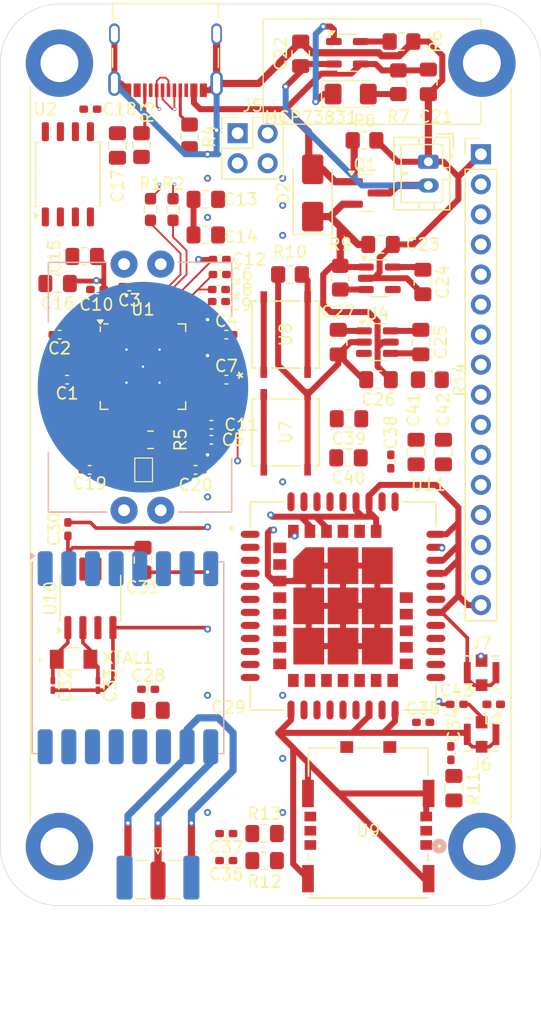
<source format=kicad_pcb>
(kicad_pcb (version 20240108) (generator "pcbnew") (generator_version "8.0")
  (layers (0 "F.Cu" signal) (1 "In1.Cu" signal) (2 "In2.Cu" signal) (31 "B.Cu" signal) (34 "B.Paste" user) (35 "F.Paste" user) (36 "B.SilkS" user "B.Silkscreen") (37 "F.SilkS" user "F.Silkscreen") (38 "B.Mask" user) (39 "F.Mask" user) (44 "Edge.Cuts" user))
  (net 0 "")
  (net 1 "GND")
  (net 2 "+3.3V")
  (net 3 "+1V1")
  (net 4 "Net-(U1-USB_DP)")
  (net 5 "USB+")
  (net 6 "USB-")
  (net 7 "Net-(U1-USB_DM)")
  (net 9 "SDA")
  (net 10 "/MCU/D1")
  (net 13 "/MCU/XTAL+")
  (net 16 "/MCU/D2")
  (net 17 "/MCU/D3")
  (net 22 "/MCU/D0")
  (net 25 "/MCU/CLK")
  (net 26 "RTC_MFP")
  (net 27 "/MCU/CS")
  (net 28 "SCL")
  (net 32 "/MCU/XTAL-")
  (net 33 "Net-(C20-Pad1)")
  (net 35 "Net-(U4-CNEG)")
  (net 36 "Net-(U4-CPOS)")
  (net 37 "+5V")
  (net 38 "VBUS")
  (net 39 "+VSW")
  (net 40 "+BATT")
  (net 41 "Net-(U3-EN)")
  (net 42 "5V_CTRL")
  (net 43 "Net-(U5-PROG)")
  (net 44 "Net-(D1-K)")
  (net 45 "Net-(D1-A)")
  (net 47 "Net-(J2-CC1_A)")
  (net 48 "Net-(J2-CC1_B)")
  (net 50 "RFM_CS")
  (net 51 "SPI_CK")
  (net 52 "RFM_RST")
  (net 53 "Net-(R10-Pad1)")
  (net 54 "/MCU/RESET")
  (net 55 "MOSI")
  (net 60 "MISO")
  (net 63 "/PERIPHERALS/ANT")
  (net 64 "Net-(U10-X1)")
  (net 65 "Net-(U10-X2)")
  (net 66 "TX1")
  (net 67 "SIM_DTR")
  (net 68 "RX1")
  (net 69 "Net-(BT1-+)")
  (net 70 "GP7")
  (net 71 "GP8")
  (net 72 "GP6")
  (net 73 "SPI_CS")
  (net 74 "SWCLK")
  (net 75 "SWD")
  (net 76 "/PERIPHERALS/SIM_RST")
  (net 77 "/PERIPHERALS/SIM_VCC")
  (net 78 "/PERIPHERALS/SIM_CLK")
  (net 79 "/PERIPHERALS/SIM_IO")
  (net 80 "Net-(U9-RST)")
  (net 81 "Net-(U9-CLK)")
  (net 82 "Net-(U9-I{slash}O)")
  (net 117 "Net-(J6-In)")
  (net 118 "GNSS_ANT")
  (net 119 "RF_ANT")
  (net 120 "Net-(L1-Pad1)")
  (net 121 "PWRKEY")
  (footprint "Capacitor_SMD:C_0402_1005Metric_Pad0.74x0.62mm_HandSolder" (layer "F.Cu") (at 134.62 59.69)
    (property "Reference" "C18")
    (property "Value" "0.1u" (hide yes))
  )
  (footprint "Capacitor_SMD:C_0402_1005Metric_Pad0.74x0.62mm_HandSolder" (layer "F.Cu") (at 160.02 89.4675 90)
    (property "Reference" "C38")
    (property "Value" "0.1u" (hide yes))
  )
  (footprint "Capacitor_SMD:C_0402_1005Metric_Pad0.74x0.62mm_HandSolder" (layer "F.Cu") (at 145.4825 74.93)
    (property "Reference" "C8")
    (property "Value" "0.1u" (hide yes))
  )
  (footprint "Capacitor_SMD:C_0805_2012Metric_Pad1.18x1.45mm_HandSolder" (layer "F.Cu") (at 136.906 62.7595 -90)
    (property "Reference" "C17")
    (property "Value" "10u" (hide yes))
  )
  (footprint "Capacitor_SMD:C_0402_1005Metric_Pad0.74x0.62mm_HandSolder" (layer "F.Cu") (at 144.8475 87.63)
    (property "Reference" "C5")
    (property "Value" "0.1u" (hide yes))
  )
  (footprint "WiSDOM:PTS526" (layer "F.Cu") (at 151.13 86.995 90)
    (property "Reference" "U7")
    (property "Value" "PTS526 SK15 SMTR2 LFS" (hide yes))
  )
  (footprint "Capacitor_SMD:C_0402_1005Metric_Pad0.74x0.62mm_HandSolder" (layer "F.Cu") (at 162.7545 111.506)
    (property "Reference" "C35")
    (property "Value" "0.1u" (hide yes))
  )
  (footprint "Capacitor_SMD:C_0805_2012Metric_Pad1.18x1.45mm_HandSolder" (layer "F.Cu") (at 164.465 88.6675 90)
    (property "Reference" "C42")
    (property "Value" "100u" (hide yes))
  )
  (footprint "Package_TO_SOT_SMD:SOT-23" (layer "F.Cu") (at 157.86 66.77)
    (property "Reference" "Q1")
    (property "Value" "DMG2301L" (hide yes))
  )
  (footprint "LED_SMD:LED_1206_3216Metric_Pad1.42x1.75mm_HandSolder" (layer "F.Cu") (at 156.6275 58.415)
    (property "Reference" "D1" (hide yes))
    (property "Value" "LED" (hide yes))
  )
  (footprint "Inductor_SMD:L_0402_1005Metric_Pad0.77x0.64mm_HandSolder" (layer "F.Cu") (at 168.7205 109.982 180)
    (property "Reference" "L1")
    (property "Value" "L")
  )
  (footprint "Connector_JST:JST_PH_B2B-PH-K_1x02_P2.00mm_Vertical" (layer "F.Cu") (at 163.195 64.135 -90)
    (property "Reference" "J1" (hide yes))
    (property "Value" "Conn_01x02_Pin" (hide yes))
  )
  (footprint "Resistor_SMD:R_0805_2012Metric_Pad1.20x1.40mm_HandSolder" (layer "F.Cu") (at 157.7975 62.325)
    (property "Reference" "R8")
    (property "Value" "10k" (hide yes))
  )
  (footprint "Diode_SMD:D_SMA" (layer "F.Cu") (at 153.416 66.77 90)
    (property "Reference" "D2")
    (property "Value" "SS14" (hide yes))
  )
  (footprint "Capacitor_SMD:C_0805_2012Metric_Pad1.18x1.45mm_HandSolder" (layer "F.Cu") (at 165.354 117.0725 -90)
    (property "Reference" "R11")
    (property "Value" "22" (hide yes))
  )
  (footprint "Capacitor_SMD:C_0805_2012Metric_Pad1.18x1.45mm_HandSolder" (layer "F.Cu") (at 149.352 120.904)
    (property "Reference" "R13")
    (property "Value" "22" (hide yes))
  )
  (footprint "Capacitor_SMD:C_0805_2012Metric_Pad1.18x1.45mm_HandSolder" (layer "F.Cu") (at 139.7 110.49)
    (property "Reference" "C29")
    (property "Value" "10u")
  )
  (footprint "Capacitor_SMD:C_0805_2012Metric_Pad1.18x1.45mm_HandSolder" (layer "F.Cu") (at 134.1335 72.136 180)
    (property "Reference" "C15")
    (property "Value" "10u" (hide yes))
  )
  (footprint "Resistor_SMD:R_0805_2012Metric_Pad1.20x1.40mm_HandSolder" (layer "F.Cu") (at 160.655 57.415 90)
    (property "Reference" "R7")
    (property "Value" "R" (hide yes))
  )
  (footprint "Capacitor_SMD:C_0805_2012Metric_Pad1.18x1.45mm_HandSolder" (layer "F.Cu") (at 156.4855 85.852 180)
    (property "Reference" "C39")
    (property "Value" "100u" (hide yes))
  )
  (footprint "Capacitor_SMD:C_0402_1005Metric_Pad0.74x0.62mm_HandSolder" (layer "F.Cu") (at 165.1 114.1055 90)
    (property "Reference" "C34")
    (property "Value" "33p" (hide yes))
  )
  (footprint "Capacitor_SMD:C_0402_1005Metric_Pad0.74x0.62mm_HandSolder" (layer "F.Cu") (at 143.51 90.17)
    (property "Reference" "C20")
    (property "Value" "15pF" (hide yes))
  )
  (footprint "Capacitor_SMD:C_0402_1005Metric_Pad0.74x0.62mm_HandSolder" (layer "F.Cu") (at 132.6475 82.55 180)
    (property "Reference" "C1")
    (property "Value" "0.1u" (hide yes))
  )
  (footprint "WiSDOM:XTAL_SC32S-7PF20PPM_EPS" (layer "F.Cu") (at 133.1976 106.175)
    (property "Reference" "XTAL1")
    (property "Value" "SC32S-7PF20PPM" (hide yes))
  )
  (footprint "Connector_PinHeader_2.54mm:PinHeader_1x16_P2.54mm_Vertical" (layer "F.Cu") (at 167.64 63.5)
    (property "Reference" "J4" (hide yes))
    (property "Value" "Conn_01x16_Pin" (hide yes))
  )
  (footprint "Package_TO_SOT_SMD:SOT-23-6" (layer "F.Cu") (at 158.8825 79.375)
    (property "Reference" "U4")
    (property "Value" "CAT3200-5" (hide yes))
  )
  (footprint "WiSDOM:AMPHENOL_12402012E212A" (layer "F.Cu") (at 140.97 53.34 180)
    (property "Reference" "J2" (hide yes))
    (property "Value" "12402012E212A" (hide yes))
  )
  (footprint "Capacitor_SMD:C_0402_1005Metric_Pad0.74x0.62mm_HandSolder" (layer "F.Cu") (at 132.715 95.1825 90)
    (property "Reference" "C30")
    (property "Value" "0.1u" (hide yes))
  )
  (footprint "Capacitor_SMD:C_0402_1005Metric_Pad0.74x0.62mm_HandSolder" (layer "F.Cu") (at 139.5055 108.712)
    (property "Reference" "C28")
    (property "Value" "0.1u")
  )
  (footprint "Resistor_SMD:R_0805_2012Metric_Pad1.20x1.40mm_HandSolder" (layer "F.Cu") (at 139.7 87.63)
    (property "Reference" "R5")
    (property "Value" "1k" (hide yes))
  )
  (footprint "MountingHole:MountingHole_3.2mm_M3_ISO7380_Pad_TopBottom" (layer "F.Cu") (at 167.72 122)
    (property "Reference" "H3" (hide yes))
    (property "Value" "MountingHole" (hide yes))
  )
  (footprint "Capacitor_SMD:C_0805_2012Metric_Pad1.18x1.45mm_HandSolder" (layer "F.Cu") (at 162.73 74.295 -90)
    (property "Reference" "C24")
    (property "Value" "10u" (hide yes))
  )
  (footprint "Capacitor_SMD:C_0402_1005Metric_Pad0.74x0.62mm_HandSolder" (layer "F.Cu") (at 145.4825 75.946)
    (property "Reference" "C9")
    (property "Value" "0.1u" (hide yes))
  )
  (footprint "Capacitor_SMD:C_0805_2012Metric_Pad1.18x1.45mm_HandSolder" (layer "F.Cu") (at 144.3775 67.31)
    (property "Reference" "C13")
    (property "Value" "10u" (hide yes))
  )
  (footprint "Capacitor_SMD:C_0201_0603Metric_Pad0.64x0.40mm_HandSolder" (layer "F.Cu") (at 135.255 108.3825 -90)
    (property "Reference" "C33")
    (property "Value" "6p")
  )
  (footprint "Capacitor_SMD:C_0402_1005Metric_Pad0.74x0.62mm_HandSolder" (layer "F.Cu") (at 132.0125 78.74 180)
    (property "Reference" "C2")
    (property "Value" "0.1u" (hide yes))
  )
  (footprint "Resistor_SMD:R_0805_2012Metric_Pad1.20x1.40mm_HandSolder" (layer "F.Cu") (at 160.925 53.975)
    (property "Reference" "R6")
    (property "Value" "2k" (hide yes))
  )
  (footprint "sim:1042240820_MOL" (layer "F.Cu") (at 158.115 120.015)
    (property "Reference" "U9")
    (property "Value" "1042240820")
  )
  (footprint "Package_TO_SOT_SMD:SOT-23-5" (layer "F.Cu") (at 159.0525 73.98)
    (property "Reference" "U3" (hide yes))
    (property "Value" "AP2112K-3.3" (hide yes))
  )
  (footprint "Capacitor_SMD:C_0805_2012Metric_Pad1.18x1.45mm_HandSolder" (layer "F.Cu") (at 162.56 79.375 -90)
    (property "Reference" "C25")
    (property "Value" "1u" (hide yes))
  )
  (footprint "Capacitor_SMD:C_0402_1005Metric_Pad0.74x0.62mm_HandSolder" (layer "F.Cu") (at 144.8475 86.36)
    (property "Reference" "C11")
    (property "Value" "0.1u" (hide yes))
  )
  (footprint "Package_SO:SOIC-8_3.9x4.9mm_P1.27mm" (layer "F.Cu") (at 134.62 101.03 90)
    (property "Reference" "U10")
    (property "Value" "MCP7940N-xP" (hide yes))
  )
  (footprint "Resistor_SMD:R_0805_2012Metric_Pad1.20x1.40mm_HandSolder" (layer "F.Cu") (at 143.002 61.992 -90)
    (property "Reference" "R4")
    (property "Value" "5.1k" (hide yes))
  )
  (footprint "Resistor_SMD:R_0805_2012Metric_Pad1.20x1.40mm_HandSolder" (layer "F.Cu") (at 151.495 73.66 180)
    (property "Reference" "R10")
    (property "Value" "R" (hide yes))
  )
  (footprint "Capacitor_SMD:C_0402_1005Metric_Pad0.74x0.62mm_HandSolder" (layer "F.Cu") (at 135.1875 74.93 180)
    (property "Reference" "C10")
    (property "Value" "0.1u" (hide yes))
  )
  (footprint "Capacitor_SMD:C_0805_2012Metric_Pad1.18x1.45mm_HandSolder" (layer "F.Cu") (at 155.575 79.375 -90)
    (property "Reference" "C27")
    (property "Value" "1u" (hide yes))
  )
  (footprint "WiSDOM:CONN_CONMHF1-SMD_LNX" (layer "F.Cu") (at 167.697501 107.315)
    (property "Reference" "J7")
    (property "Value" "RF_ANT" (hide yes))
  )
  (footprint "Capacitor_SMD:C_0805_2012Metric_Pad1.18x1.45mm_HandSolder" (layer "F.Cu") (at 152.4 55.0125 90)
    (property "Reference" "C22")
    (property "Value" "4.7u" (hide yes))
  )
  (footprint "Capacitor_SMD:C_0805_2012Metric_Pad1.18x1.45mm_HandSolder" (layer "F.Cu") (at 139.065 97.79 -90)
    (property "Reference" "C31")
    (property "Value" "10u" (hide yes))
  )
  (footprint "Capacitor_SMD:C_0402_1005Metric_Pad0.74x0.62mm_HandSolder" (layer "F.Cu") (at 137.922 74.676 180)
    (property "Reference" "C3")
    (property "Value" "0.1u" (hide yes))
  )
  (footprint "Capacitor_SMD:C_0805_2012Metric_Pad1.18x1.45mm_HandSolder" (layer "F.Cu") (at 162.1575 88.6675 90)
    (property "Reference" "C41")
    (property "Value" "1u" (hide yes))
  )
  (footprint "Capacitor_SMD:C_0402_1005Metric_Pad0.74x0.62mm_HandSolder" (layer "F.Cu") (at 134.5525 90.17 180)
    (property "Reference" "C19")
    (property "Value" "15pF" (hide yes))
  )
  (footprint "Resistor_SMD:R_0603_1608Metric_Pad0.98x0.95mm_HandSolder" (layer "F.Cu") (at 141.605 68.1675 90)
    (property "Reference" "R2")
    (property "Value" "27.4" (hide yes))
  )
  (footprint "WiSDOM:XTAL-445" (layer "F.Cu") (at 139.12 91.17)
    (property "Reference" "X1" (hide yes))
    (property "Value" "~" (hide yes))
  )
  (footprint "Resistor_SMD:R_0805_2012Metric_Pad1.20x1.40mm_HandSolder" (layer "F.Cu") (at 163.322 82.55)
    (property "Reference" "R14")
    (property "Value" "22" (hide yes))
  )
  (footprint "MountingHole:MountingHole_3.2mm_M3_ISO7380_Pad_TopBottom" (layer "F.Cu") (at 167.72 55.8)
    (property "Reference" "H2" (hide yes))
    (property "Value" "MountingHole" (hide yes))
  )
  (footprint "Package_SO:SOIC-8_5.23x5.23mm_P1.27mm" (layer "F.Cu") (at 132.715 65.195 90)
    (property "Reference" "U2")
    (property "Value" "W25Q128JVS" (hide yes))
  )
  (footprint "Capacitor_SMD:C_0805_2012Metric_Pad1.18x1.45mm_HandSolder" (layer "F.Cu") (at 131.8475 74.422 180)
    (property "Reference" "C16")
    (property "Value" "1u" (hide yes))
  )
  (footprint "Resistor_SMD:R_0805_2012Metric_Pad1.20x1.40mm_HandSolder" (layer "F.Cu") (at 138.938 62.722 -90)
    (property "Reference" "R3")
    (property "Value" "5.1k" (hide yes))
  )
  (footprint "Capacitor_SMD:C_0402_1005Metric_Pad0.74x0.62mm_HandSolder" (layer "F.Cu") (at 146.1175 82.55)
    (property "Reference" "C7")
    (property "Value" "0.1u" (hide yes))
  )
  (footprint "Resistor_SMD:R_0603_1608Metric_Pad0.98x0.95mm_HandSolder" (layer "F.Cu") (at 139.7 68.1675 90)
    (property "Reference" "R1")
    (property "Value" "27.4" (hide yes))
  )
  (footprint "Capacitor_SMD:C_0402_1005Metric_Pad0.74x0.62mm_HandSolder" (layer "F.Cu") (at 146.1175 78.74)
    (property "Reference" "C4")
    (property "Value" "0.1u" (hide yes))
  )
  (footprint "Capacitor_SMD:C_0805_2012Metric_Pad1.18x1.45mm_HandSolder" (layer "F.Cu") (at 144.3775 70.32)
    (property "Reference" "C14")
    (property "Value" "1u" (hide yes))
  )
  (footprint "Package_DFN_QFN:QFN-56-1EP_7x7mm_P0.4mm_EP3.2x3.2mm" (layer "F.Cu") (at 139.065 81.445)
    (property "Reference" "U1")
    (property "Value" "RP2040" (hide yes))
  )
  (footprint "Capacitor_SMD:C_0402_1005Metric_Pad0.74x0.62mm_HandSolder" (layer "F.Cu") (at 165.608 109.982)
    (property "Reference" "C43")
    (property "Value" "33p" (hide yes))
  )
  (footprint "Connector_Coaxial:SMA_Samtec_SMA-J-P-H-ST-EM1_EdgeMount" (layer "F.Cu") (at 140.335 124.8775 -90)
    (property "Reference" "J3" (hide yes))
    (property "Value" "Conn_Coaxial" (hide yes))
  )
  (footprint "WiSDOM:XCVR_SIM7080G" (layer "F.Cu") (at 155.98 101.665)
    (property "Reference" "U11")
    (property "Value" "SIM7080G" (hide yes))
  )
  (footprint "WiSDOM:PTS526" (layer "F.Cu") (at 151.13 78.74 90)
    (property "Reference" "U8")
    (property "Value" "PTS526 SK15 SMTR2 LFS" (hide yes))
  )
  (footprint "Capacitor_SMD:C_0805_2012Metric_Pad1.18x1.45mm_HandSolder" (layer "F.Cu") (at 156.4425 89.154 180)
    (property "Reference" "C40")
    (property "Value" "100u" (hide yes))
  )
  (footprint "MountingHole:MountingHole_3.2mm_M3_ISO7380_Pad_TopBottom" (layer "F.Cu") (at 132 55.8)
    (property "Reference" "H1" (hide yes))
    (property "Value" "MountingHole" (hide yes))
  )
  (footprint "Package_TO_SOT_SMD:SOT-23-5" (layer "F.Cu") (at 156.3425 54.925)
    (property "Reference" "U5" (hide yes))
    (property "Value" "MCP73831-2-OT" (hide yes))
  )
  (footprint "Capacitor_SMD:C_0402_1005Metric_Pad0.74x0.62mm_HandSolder" (layer "F.Cu") (at 146.1095 120.904 180)
    (property "Reference" "C37")
    (property "Value" "33p" (hide yes))
  )
  (footprint "Capacitor_SMD:C_0201_0603Metric_Pad0.64x0.40mm_HandSolder" (layer "F.Cu") (at 131.445 108.3825 -90)
    (property "Reference" "C32")
    (property "Value" "6p")
  )
  (footprint "Connector_PinHeader_2.54mm:PinHeader_2x02_P2.54mm_Vertical" (layer "F.Cu") (at 147.066 61.722)
    (property "Reference" "J5")
    (property "Value" "Conn_02x02_Odd_Even")
  )
  (footprint "Capacitor_SMD:C_0805_2012Metric_Pad1.18x1.45mm_HandSolder" (layer "F.Cu") (at 158.9825 82.55 180)
    (property "Reference" "C26")
    (property "Value" "1u" (hide yes))
  )
  (footprint "Capacitor_SMD:C_0805_2012Metric_Pad1.18x1.45mm_HandSolder" (layer "F.Cu") (at 163.195 57.3825 -90)
    (property "Reference" "C21")
    (property "Value" "4.7u" (hide yes))
  )
  (footprint "MountingHole:MountingHole_3.2mm_M3_ISO7380_Pad_TopBottom" (layer "F.Cu") (at 132 122)
    (property "Reference" "H4" (hide yes))
    (property "Value" "MountingHole" (hide yes))
  )
  (footprint "Capacitor_SMD:C_0805_2012Metric_Pad1.18x1.45mm_HandSolder" (layer "F.Cu") (at 149.352 123.19)
    (property "Reference" "R12")
    (property "Value" "22" (hide yes))
  )
  (footprint "WiSDOM:CONN_CONMHF1-SMD_LNX" (layer "F.Cu") (at 167.697501 112.522)
    (property "Reference" "J6")
    (property "Value" "GNSS_ANT" (hide yes))
  )
  (footprint "Capacitor_SMD:C_0402_1005Metric_Pad0.74x0.62mm_HandSolder" (layer "F.Cu") (at 145.55 73.66)
    (property "Reference" "C6")
    (property "Value" "0.1u" (hide yes))
  )
  (footprint "Resistor_SMD:R_0805_2012Metric_Pad1.20x1.40mm_HandSolder" (layer "F.Cu") (at 155.745 73.93 -90)
    (property "Reference" "R9")
    (property "Value" "R" (hide yes))
  )
  (footprint "Capacitor_SMD:C_0805_2012Metric_Pad1.18x1.45mm_HandSolder" (layer "F.Cu") (at 159.1525 71.12)
    (property "Reference" "C23")
    (property "Value" "10u" (hide yes))
  )
  (footprint "Capacitor_SMD:C_0402_1005Metric_Pad0.74x0.62mm_HandSolder" (layer "F.Cu") (at 145.55 72.39)
    (property "Reference" "C12")
    (property "Value" "0.1u" (hide yes))
  )
  (footprint "Capacitor_SMD:C_0402_1005Metric_Pad0.74x0.62mm_HandSolder" (layer "F.Cu") (at 146.1095 123.19 180)
    (property "Reference" "C36")
    (property "Value" "33p" (hide yes))
  )
  (footprint "bat-hld:BAT_BAT-HLD-001-THM" (layer "B.Cu") (at 139.065 83.185 90)
    (property "Reference" "BT1" (hide yes))
    (property "Value" "Battery_Cell" (hide yes))
  )
  (footprint "RF_Module:HOPERF_RFM9XW_SMD" (layer "B.Cu") (at 137.795 106.045 -90)
    (property "Reference" "U6" (hide yes))
    (property "Value" "RFM69HCW" (hide yes))
  )
  (gr_line (start 167.64 52.07) (end 149.225 52.07) (stroke (width 0.1)) (layer "F.SilkS"))
  (gr_line (start 149.225 60.96) (end 167.005 60.96) (stroke (width 0.1)) (layer "F.SilkS"))
  (gr_line (start 149.225 52.07) (end 149.225 60.96) (stroke (width 0.1)) (layer "F.SilkS"))
  (gr_line (start 170.18 57.785) (end 170.18 120.015) (stroke (width 0.1)) (layer "F.SilkS"))
  (gr_line (start 129.54 120.015) (end 129.54 57.785) (stroke (width 0.1)) (layer "F.SilkS"))
  (gr_line (start 167.005 60.96) (end 167.64 60.96) (stroke (width 0.1)) (layer "F.SilkS"))
  (gr_line (start 167.64 52.705) (end 167.64 52.07) (stroke (width 0.1)) (layer "F.SilkS"))
  (gr_line (start 167.64 60.96) (end 167.64 59.055) (stroke (width 0.1)) (layer "F.SilkS"))
  (gr_line (start 132 50.8) (end 167.72 50.8) (stroke (width 0.05)) (layer "Edge.Cuts"))
  (gr_arc (start 132 127) (mid 128.464466 125.535534) (end 127 122) (stroke (width 0.05)) (layer "Edge.Cuts"))
  (gr_line (start 172.72 55.8) (end 172.72 122) (stroke (width 0.05)) (layer "Edge.Cuts"))
  (gr_arc (start 127 55.8) (mid 128.464466 52.264466) (end 132 50.8) (stroke (width 0.05)) (layer "Edge.Cuts"))
  (gr_line (start 127 122) (end 127 55.8) (stroke (width 0.05)) (layer "Edge.Cuts"))
  (gr_arc (start 172.72 122) (mid 171.255534 125.535534) (end 167.72 127) (stroke (width 0.05)) (layer "Edge.Cuts"))
  (gr_line (start 167.72 127) (end 132 127) (stroke (width 0.05)) (layer "Edge.Cuts"))
  (gr_arc (start 167.72 50.8) (mid 171.255534 52.264466) (end 172.72 55.8) (stroke (width 0.05)) (layer "Edge.Cuts"))
  (gr_text "MCP73831" (at 149.225 60.96 0) (layer "F.SilkS") (effects (font (size 1 1)) (justify left bottom)))
  (segment (start 135.255 108.79) (end 135.685 108.79) (width 0.3048) (layer "F.Cu") (net 1))
  (segment (start 139.065 98.8275) (end 144.526 98.806) (width 0.3048) (layer "F.Cu") (net 1))
  (segment (start 164.374 57.241) (end 163.195 58.42) (width 0.508) (layer "F.Cu") (net 1))
  (segment (start 157.915 73.98) (end 158.577499 73.98) (width 0.508) (layer "F.Cu") (net 1))
  (segment (start 158.88 105.065) (end 155.98 105.065) (width 0.508) (layer "F.Cu") (net 1))
  (segment (start 161.3775 73.98) (end 157.915 73.98) (width 0.508) (layer "F.Cu") (net 1))
  (segment (start 154.305 116.205) (end 153.015 114.915) (width 0.508) (layer "F.Cu") (net 1))
  (segment (start 152.4 94.1285) (end 150.0085 94.1285) (width 0.508) (layer "F.Cu") (net 1))
  (segment (start 166.485002 107.315) (end 166.485002 107.811002) (width 0.3048) (layer "F.Cu") (net 1))
  (segment (start 165.735 65.405) (end 167.64 63.5) (width 0.508) (layer "F.Cu") (net 1))
  (segment (start 158.78 95.365) (end 158.78 94.307) (width 0.508) (layer "F.Cu") (net 1))
  (segment (start 152.4 53.975) (end 148.855 57.52) (width 0.6096) (layer "F.Cu") (net 1))
  (segment (start 158.18 92.865) (end 158.18 92.365) (width 0.508) (layer "F.Cu") (net 1))
  (segment (start 149.626 99.069) (end 149.626 95.484) (width 0.508) (layer "F.Cu") (net 1))
  (segment (start 150.63 99.565) (end 151.78 99.565) (width 0.508) (layer "F.Cu") (net 1))
  (segment (start 161.925 71.12) (end 165.735 67.31) (width 0.508) (layer "F.Cu") (net 1))
  (segment (start 157.08 92.865) (end 157.08 93.58) (width 0.508) (layer "F.Cu") (net 1))
  (segment (start 155.6174 117.5174) (end 154.305 116.205) (width 0.508) (layer "F.Cu") (net 1))
  (segment (start 166.912036 113.572036) (end 167.697501 113.572036) (width 0.3048) (layer "F.Cu") (net 1))
  (segment (start 163.83 95.615) (end 164.735 95.615) (width 0.508) (layer "F.Cu") (net 1))
  (segment (start 165.735 97.79) (end 165.735 100.81) (width 0.508) (layer "F.Cu") (net 1))
  (segment (start 144.17 58.09) (end 144.72 58.09) (width 0.508) (layer "F.Cu") (net 1))
  (segment (start 154.58 95.365) (end 154.58 95.0385) (width 0.508) (layer "F.Cu") (net 1))
  (segment (start 155.205 54.925) (end 159.000624 54.925) (width 0.6096) (layer "F.Cu") (net 1))
  (segment (start 131.445 108.79) (end 135.255 108.79) (width 0.3048) (layer "F.Cu") (net 1))
  (segment (start 136.525 107.95) (end 136.525 103.505) (width 0.3048) (layer "F.Cu") (net 1))
  (segment (start 134.62 94.615) (end 135.0924 95.0874) (width 0.3048) (layer "F.Cu") (net 1))
  (segment (start 168.91 113.03) (end 168.91 112.522) (width 0.3048) (layer "F.Cu") (net 1))
  (segment (start 163.215 124.717399) (end 162.817399 124.717399) (width 0.508) (layer "F.Cu") (net 1))
  (segment (start 158.18 92.365) (end 159.105 91.44) (width 0.508) (layer "F.Cu") (net 1))
  (segment (start 137.2 57.52) (end 137.77 58.09) (width 0.508) (layer "F.Cu") (net 1))
  (segment (start 163.195 53.975) (end 164.374 55.154) (width 0.508) (layer "F.Cu") (net 1))
  (segment (start 160.7202 55.1798) (end 161.925 53.975) (width 0.6096) (layer "F.Cu") (net 1))
  (segment (start 137.3545 74.676) (end 137.3545 75.1245) (width 0.4064) (layer "F.Cu") (net 1))
  (segment (start 136.65 53.34) (end 136.65 57.52) (width 0.508) (layer "F.Cu") (net 1))
  (segment (start 167.697501 113.572036) (end 168.367964 113.572036) (width 0.3048) (layer "F.Cu") (net 1))
  (segment (start 136.65 57.52) (end 137.2 57.52) (width 0.508) (layer "F.Cu") (net 1))
  (segment (start 155.575 80.4125) (end 156.6125 79.375) (width 0.508) (layer "F.Cu") (net 1))
  (segment (start 166.525 101.6) (end 165.735 100.81) (width 0.508) (layer "F.Cu") (net 1))
  (segment (start 165.735 94.615) (end 165.735 96.52) (width 0.508) (layer "F.Cu") (net 1))
  (segment (start 132.715 94.615) (end 134.62 94.615) (width 0.3048) (layer "F.Cu") (net 1))
  (segment (start 144.526 103.632) (end 144.653 103.505) (width 0.3048) (layer "F.Cu") (net 1))
  (segment (start 164.61 98.915) (end 165.735 97.79) (width 0.508) (layer "F.Cu") (net 1))
  (segment (start 151.58 111.31) (end 150.495 112.395) (width 0.508) (layer "F.Cu") (net 1))
  (segment (start 151.78 99.565) (end 153.08 98.265) (width 0.508) (layer "F.Cu") (net 1))
  (segment (start 150.8125 112.7125) (end 150.495 112.395) (width 0.508) (layer "F.Cu") (net 1))
  (segment (start 151.765 123.467399) (end 151.765 113.665) (width 0.508) (layer "F.Cu") (net 1))
  (segment (start 165.735 96.52) (end 165.735 97.79) (width 0.508) (layer "F.Cu") (net 1))
  (segment (start 144.72 58.09) (end 145.29 57.52) (width 0.508) (layer "F.Cu") (net 1))
  (segment (start 161.925 53.975) (end 163.195 53.975) (width 0.508) (layer "F.Cu") (net 1))
  (segment (start 136.525 103.505) (end 144.399 103.505) (width 0.3048) (layer "F.Cu") (net 1))
  (segment (start 153.015 114.915) (end 150.8125 112.7125) (width 0.508) (layer "F.Cu") (net 1))
  (segment (start 153.18 94.9085) (end 152.4 94.1285) (width 0.508) (layer "F.Cu") (net 1))
  (segment (start 159.385 112.395) (end 166.358002 112.395) (width 0.508) (layer "F.Cu") (net 1))
  (segment (start 154.94 112.395) (end 159.385 112.395) (width 0.508) (layer "F.Cu") (net 1))
  (segment (start 153.35 54.925) (end 152.4 53.975) (width 0.6096) (layer "F.Cu") (net 1))
  (segment (start 155.98 101.665) (end 155.98 105.065) (width 0.508) (layer "F.Cu") (net 1))
  (segment (start 152.9842 83.81365) (end 155.575 81.22285) (width 0.508) (layer "F.Cu") (net 1))
  (segment (start 163.195 64.135) (end 163.195 58.42) (width 0.6096) (layer "F.Cu") (net 1))
  (segment (start 163.83 97.815) (end 164.44 97.815) (width 0.508) (layer "F.Cu") (net 1))
  (segment (start 165.735 93.345) (end 165.735 94.615) (width 0.508) (layer "F.Cu") (net 1))
  (segment (start 144.526 98.806) (end 144.5475 98.8275) (width 0.3048) (layer "F.Cu") (net 1))
  (segment (start 167.039036 108.365036) (end 167.697501 108.365036) (width 0.3048) (layer "F.Cu") (net 1))
  (segment (start 153.08 105.065) (end 153.08 101.665) (width 0.508) (layer "F.Cu") (net 1))
  (segment (start 158.18 110.965) (end 156.75 112.395) (width 0.508) (layer "F.Cu") (net 1))
  (segment (start 148.855 57.52) (end 145.29 57.52) (width 0.6096) (layer "F.Cu") (net 1))
  (segment (start 158.88 98.265) (end 158.88 101.665) (width 0.508) (layer "F.Cu") (net 1))
  (segment (start 157.7125 82.55) (end 155.575 80.4125) (width 0.508) (layer "F.Cu") (net 1))
  (segment (start 155.575 81.22285) (end 155.575 80.4125) (width 0.508) (layer "F.Cu") (net 1))
  (segment (start 150.122 99.565) (end 149.626 99.069) (width 0.508) (layer "F.Cu") (net 1))
  (segment (start 144.4346 95.0874) (end 144.526 94.996) (width 0.3048) (layer "F.Cu") (net 1))
  (segment (start 158.18 110.465) (end 158.18 110.965) (width 0.508) (layer "F.Cu") (net 1))
  (segment (start 154.58 95.0385) (end 153.67 94.1285) (width 0.508) (layer "F.Cu") (net 1))
  (segment (start 155.98 101.665) (end 153.08 101.665) (width 0.508) (layer "F.Cu") (net 1))
  (segment (start 163.83 98.915) (end 164.61 98.915) (width 0.508) (layer "F.Cu") (net 1))
  (segment (start 166.358002 112.395) (end 166.485002 112.522) (width 0.508) (layer "F.Cu") (net 1))
  (segment (start 150.495 81.32445) (end 152.9842 83.81365) (width 0.508) (layer "F.Cu") (net 1))
  (segment (start 159.0735 72.2365) (end 160.19 71.12) (width 0.508) (layer "F.Cu") (net 1))
  (segment (start 166.485002 113.145002) (end 166.912036 113.572036) (width 0.3048) (layer "F.Cu") (net 1))
  (segment (start 153.18 95.365) (end 153.18 94.9085) (width 0.508) (layer "F.Cu") (net 1))
  (segment (start 145.29 53.34) (end 145.29 57.52) (width 0.6096) (layer "F.Cu") (net 1))
  (segment (start 137.3545 75.1245) (end 137.668 75.438) (width 0.4064) (layer "F.Cu") (net 1))
  (segment (start 156.6125 79.375) (end 157.745 79.375) (width 0.508) (layer "F.Cu") (net 1))
  (segment (start 155.98 101.665) (end 158.88 101.665) (width 0.508) (layer "F.Cu") (net 1))
  (segment (start 155.98 98.265) (end 155.98 101.665) (width 0.508) (layer "F.Cu") (net 1))
  (segment (start 166.485002 104.370002) (end 164.33 102.215) (width 0.3048) (layer "F.Cu") (net 1))
  (segment (start 144.399 103.505) (end 144.526 103.632) (width 0.3048) (layer "F.Cu") (net 1))
  (segment (start 168.91 107.95) (end 168.494964 108.365036) (width 0.3048) (layer "F.Cu") (net 1))
  (segment (start 166.485002 107.315) (end 166.485002 104.370002) (width 0.3048) (layer "F.Cu") (net 1))
  (segment (start 168.91 107.315) (end 168.91 107.95) (width 0.3048) (layer "F.Cu") (net 1))
  (segment (start 153.08 98.265) (end 155.98 98.265) (width 0.508) (layer "F.Cu") (net 1))
  (segment (start 150.0085 94.1285) (end 149.86 93.98) (width 0.508) (layer "F.Cu") (net 1))
  (segment (start 158.6015 94.1285) (end 158.18 93.707) (width 0.508) (layer "F.Cu") (net 1))
  (segment (start 165.735 65.405) (end 164.465 64.135) (width 0.508) (layer "F.Cu") (net 1))
  (segment (start 168.367964 113.572036) (end 168.91 113.03) (width 0.3048) (layer "F.Cu") (net 1))
  (segment (start 155.98 98.265) (end 158.88 98.265) (width 0.508) (layer "F.Cu") (net 1))
  (segment (start 159.385 112.395) (end 160.38 111.4) (width 0.508) (layer "F.Cu") (net 1))
  (segment (start 155.98 105.065) (end 153.08 105.065) (width 0.508) (layer "F.Cu") (net 1))
  (segment (start 163.015 117.7174) (end 163.215 117.5174) (width 0.508) (layer "F.Cu") (net 1))
  (segment (start 153.67 94.1285) (end 152.4 94.1285) (width 0.508) (layer "F.Cu") (net 1))
  (segment (start 159.0735 73.483999) (end 159.0735 72.2365) (width 0.508) (layer "F.Cu") (net 1))
  (segment (start 159.255424 55.1798) (end 160.7202 55.1798) (width 0.6096) (layer "F.Cu") (net 1))
  (segment (start 160.19 71.12) (end 161.925 71.12) (width 0.508) (layer "F.Cu") (net 1))
  (segment (start 163.015 119.467399) (end 163.015 117.7174) (width 0.508) (layer "F.Cu") (net 1))
  (segment (start 158.88 101.665) (end 158.88 105.065) (width 0.508) (layer "F.Cu") (net 1))
  (segment (start 156.75 112.395) (end 154.94 112.395) (width 0.508) (layer "F.Cu") (net 1))
  (segment (start 153.08 101.665) (end 153.08 98.265) (width 0.508) (layer "F.Cu") (net 1))
  (segment (start 157.945 82.55) (end 157.6434 82.8516) (width 0.508) (layer "F.Cu") (net 1))
  (segment (start 157.08 93.58) (end 157.6285 94.1285) (width 0.508) (layer "F.Cu") (net 1))
  (segment (start 166.485002 107.811002) (end 167.039036 108.365036) (width 0.3048) (layer "F.Cu") (net 1))
  (segment (start 150.495 73.66) (end 150.495 81.32445) (width 0.508) (layer "F.Cu") (net 1))
  (segment (start 153.015 117.5174) (end 153.015 114.915) (width 0.508) (layer "F.Cu") (net 1))
  (segment (start 159.000624 54.925) (end 159.255424 55.1798) (width 0.6096) (layer "F.Cu") (net 1))
  (segment (start 168.494964 108.365036) (end 167.697501 108.365036) (width 0.3048) (layer "F.Cu") (net 1))
  (segment (start 164.465 64.135) (end 163.195 64.135) (width 0.508) (layer "F.Cu") (net 1))
  (segment (start 160.38 111.4) (end 160.38 110.465) (width 0.508) (layer "F.Cu") (net 1))
  (segment (start 150.495 112.395) (end 154.94 112.395) (width 0.508) (layer "F.Cu") (net 1))
  (segment (start 158.78 94.307) (end 158.6015 94.1285) (width 0.508) (layer "F.Cu") (net 1))
  (segment (start 167.64 101.6) (end 166.525 101.6) (width 0.508) (layer "F.Cu") (net 1))
  (segment (start 162.73 75.3325) (end 161.3775 73.98) (width 0.508) (layer "F.Cu") (net 1))
  (segment (start 153.015 124.717399) (end 151.765 123.467399) (width 0.508) (layer "F.Cu") (net 1))
  (segment (start 166.485002 112.522) (end 166.485002 113.145002) (width 0.3048) (layer "F.Cu") (net 1))
  (segment (start 164.735 95.615) (end 165.735 94.615) (width 0.508) (layer "F.Cu") (net 1))
  (segment (start 165.735 100.81) (end 164.33 102.215) (width 0.508) (layer "F.Cu") (net 1))
  (segment (start 163.83 91.44) (end 165.735 93.345) (width 0.508) (layer "F.Cu") (net 1))
  (segment (start 155.205 54.925) (end 153.35 54.925) (width 0.6096) (layer "F.Cu") (net 1))
  (segment (start 157.6285 94.1285) (end 153.67 94.1285) (width 0.508) (layer "F.Cu") (net 1))
  (segment (start 151.765 113.665) (end 150.8125 112.7125) (width 0.508) (layer "F.Cu") (net 1))
  (segment (start 159.105 91.44) (end 163.83 91.44) (width 0.508) (layer "F.Cu") (net 1))
  (segment (start 149.86 95.25) (end 150.114 95.25) (width 0.508) (layer "F.Cu") (net 1))
  (segment (start 135.0924 95.0874) (end 144.4346 95.0874) (width 0.3048) (layer "F.Cu") (net 1))
  (segment (start 164.374 55.154) (end 164.374 57.241) (width 0.508) (layer "F.Cu") (net 1))
  (segment (start 137.795 120.015) (end 137.795 124.3425) (width 0.6096) (layer "F.Cu") (net 1))
  (segment (start 163.195 64.135) (end 160.6075 64.135) (width 0.508) (layer "F.Cu") (net 1))
  (segment (start 144.526 94.996) (end 144.6174 95.0874) (width 0.3048) (layer "F.Cu") (net 1))
  (segment (start 157.6285 94.1285) (end 158.6015 94.1285) (width 0.508) (layer "F.Cu") (net 1))
  (segment (start 157.945 82.55) (end 157.7125 82.55) (width 0.508) (layer "F.Cu") (net 1))
  (segment (start 165.735 67.31) (end 165.735 65.405) (width 0.508) (layer "F.Cu") (net 1))
  (segment (start 162.817399 124.717399) (end 154.305 116.205) (width 0.508) (layer "F.Cu") (net 1))
  (segment (start 149.626 95.484) (end 149.86 95.25) (width 0.508) (layer "F.Cu") (net 1))
  (segment (start 163.215 117.5174) (end 155.6174 117.5174) (width 0.508) (layer "F.Cu") (net 1))
  (segment (start 158.577499 73.98) (end 159.0735 73.483999) (width 0.508) (layer "F.Cu") (net 1))
  (segment (start 137.795 124.3425) (end 137.51 124.6275) (width 0.6096) (layer "F.Cu") (net 1))
  (segment (start 158.18 93.707) (end 158.18 92.865) (width 0.508) (layer "F.Cu") (net 1))
  (segment (start 151.58 110.465) (end 151.58 111.31) (width 0.508) (layer "F.Cu") (net 1))
  (segment (start 143.16 120.015) (end 143.16 124.6275) (width 0.6096) (layer "F.Cu") (net 1))
  (segment (start 135.685 108.79) (end 136.525 107.95) (width 0.3048) (layer "F.Cu") (net 1))
  (segment (start 150.63 99.565) (end 150.122 99.565) (width 0.508) (layer "F.Cu") (net 1))
  (segment (start 152.9842 83.81365) (end 152.9842 90.17635) (width 0.508) (layer "F.Cu") (net 1))
  (segment (start 164.33 102.215) (end 163.83 102.215) (width 0.3048) (layer "F.Cu") (net 1))
  (segment (start 160.6075 64.135) (end 158.7975 62.325) (width 0.508) (layer "F.Cu") (net 1))
  (segment (start 164.44 97.815) (end 165.735 96.52) (width 0.508) (layer "F.Cu") (net 1))
  (via (at 150.876 91.186) (size 0.6) (drill 0.3) (layers "F.Cu" "B.Cu") (net 1))
  (via (at 144.526 92.456) (size 0.6) (drill 0.3) (layers "F.Cu" "B.Cu") (net 1))
  (via (at 144.526 94.996) (size 0.6) (drill 0.3) (layers "F.Cu" "B.Cu") (net 1))
  (via (at 150.876 65.532) (size 0.6) (drill 0.3) (layers "F.Cu" "B.Cu") (net 1))
  (via (at 149.86 93.98) (size 0.6) (drill 0.3) (layers "F.Cu" "B.Cu") (net 1))
  (via (at 140.462 80.01) (size 0.3048) (drill 0.2032) (layers "F.Cu" "B.Cu") (net 1))
  (via (at 139.065 81.445) (size 0.3048) (drill 0.2032) (layers "F.Cu" "B.Cu") (net 1))
  (via (at 144.526 119.126) (size 0.6) (drill 0.3) (layers "F.Cu" "B.Cu") (net 1))
  (via (at 144.526 65.532) (size 0.6) (drill 0.3) (layers "F.Cu" "B.Cu") (net 1))
  (via (at 144.526 109.22) (size 0.6) (drill 0.3) (layers "F.Cu" "B.Cu") (net 1))
  (via (at 137.795 120.015) (size 0.6) (drill 0.3) (layers "F.Cu" "B.Cu") (net 1))
  (via (at 144.526 63.5) (size 0.6) (drill 0.3) (layers "F.Cu" "B.Cu") (net 1))
  (via (at 144.526 68.834) (size 0.6) (drill 0.3) (layers "F.Cu" "B.Cu") (net 1))
  (via (at 145.288 61.468) (size 0.6) (drill 0.3) (layers "F.Cu" "B.Cu") (net 1))
  (via (at 144.526 98.806) (size 0.6) (drill 0.3) (layers "F.Cu" "B.Cu") (net 1))
  (via (at 137.668 80.01) (size 0.3048) (drill 0.2032) (layers "F.Cu" "B.Cu") (net 1))
  (via (at 150.876 70.358) (size 0.6) (drill 0.3) (layers "F.Cu" "B.Cu") (net 1))
  (via (at 144.526 80.518) (size 0.6) (drill 0.3) (layers "F.Cu" "B.Cu") (net 1))
  (via (at 150.114 95.25) (size 0.6) (drill 0.3) (layers "F.Cu" "B.Cu") (net 1))
  (via (at 143.16 120.015) (size 0.6) (drill 0.3) (layers "F.Cu" "B.Cu") (net 1))
  (via (at 144.526 77.47) (size 0.6) (drill 0.3) (layers "F.Cu" "B.Cu") (net 1))
  (via (at 137.668 75.438) (size 0.6) (drill 0.3) (layers "F.Cu" "B.Cu") (net 1))
  (via (at 150.876 67.818) (size 0.6) (drill 0.3) (layers "F.Cu" "B.Cu") (net 1))
  (via (at 150.876 114.554) (size 0.6) (drill 0.3) (layers "F.Cu" "B.Cu") (net 1))
  (via (at 140.462 82.804) (size 0.3048) (drill 0.2032) (layers "F.Cu" "B.Cu") (net 1))
  (via (at 150.876 119.126) (size 0.6) (drill 0.3) (layers "F.Cu" "B.Cu") (net 1))
  (via (at 150.876 109.22) (size 0.6) (drill 0.3) (layers "F.Cu" "B.Cu") (net 1))
  (via (at 137.668 82.804) (size 0.3048) (drill 0.2032) (layers "F.Cu" "B.Cu") (net 1))
  (via (at 144.526 103.632) (size 0.6) (drill 0.3) (layers "F.Cu" "B.Cu") (net 1))
  (via (at 144.526 88.9) (size 0.6) (drill 0.3) (layers "F.Cu" "B.Cu") (net 1))
  (segment (start 144.526 63.5) (end 145.415 63.5) (width 0.508) (layer "B.Cu") (net 1))
  (segment (start 145.29 61.47) (end 145.29 63.375) (width 0.508) (layer "B.Cu") (net 1))
  (segment (start 145.29 63.375) (end 145.415 63.5) (width 0.508) (layer "B.Cu") (net 1))
  (segment (start 142.795 112.095) (end 142.795 113.57) (width 0.6096) (layer "B.Cu") (net 1))
  (segment (start 142.795 114.38) (end 142.795 113.57) (width 0.6096) (layer "B.Cu") (net 1))
  (segment (start 145.29 57.52) (end 145.29 61.466) (width 0.508) (layer "B.Cu") (net 1))
  (segment (start 145.29 61.466) (end 145.288 61.468) (width 0.508) (layer "B.Cu") (net 1))
  (segment (start 142.63 63.5) (end 144.526 63.5) (width 0.508) (layer "B.Cu") (net 1))
  (segment (start 146.685 112.395) (end 145.415 111.125) (width 0.6096) (layer "B.Cu") (net 1))
  (segment (start 145.415 111.125) (end 143.765 111.125) (width 0.6096) (layer "B.Cu") (net 1))
  (segment (start 137.795 120.015) (end 137.795 119.38) (width 0.6096) (layer "B.Cu") (net 1))
  (segment (start 143.765 111.125) (end 142.795 112.095) (width 0.6096) (layer "B.Cu") (net 1))
  (segment (start 145.288 61.468) (end 145.29 61.47) (width 0.508) (layer "B.Cu") (net 1))
  (segment (start 137.795 119.38) (end 142.795 114.38) (width 0.6096) (layer "B.Cu") (net 1))
  (segment (start 146.685 115.57) (end 146.685 112.395) (width 0.6096) (layer "B.Cu") (net 1))
  (segment (start 143.16 119.095) (end 146.685 115.57) (width 0.6096) (layer "B.Cu") (net 1))
  (segment (start 136.65 57.52) (end 142.63 63.5) (width 0.508) (layer "B.Cu") (net 1))
  (segment (start 143.16 120.015) (end 143.16 119.095) (width 0.6096) (layer "B.Cu") (net 1))
  (segment (start 141.70625 76.93625) (end 142.02375 76.61875) (width 0.1524) (layer "F.Cu") (net 2))
  (segment (start 133.32 82.445) (end 135.6275 82.445) (width 0.1524) (layer "F.Cu") (net 2))
  (segment (start 135.6275 78.845) (end 132.685 78.845) (width 0.1524) (layer "F.Cu") (net 2))
  (segment (start 139.653648 86.36) (end 139.265 85.971352) (width 0.1524) (layer "F.Cu") (net 2))
  (segment (start 139.265 76.2) (end 139.265 78.0075) (width 0.1524) (layer "F.Cu") (net 2))
  (segment (start 145.445 78.845) (end 145.55 78.74) (width 0.1524) (layer "F.Cu") (net 2))
  (segment (start 160.19 73.03) (end 162.5025 73.03) (width 0.508) (layer "F.Cu") (net 2))
  (segment (start 144.28 87.63) (end 143.256 87.63) (width 0.1524) (layer "F.Cu") (net 2))
  (segment (start 132.715 97.155) (end 132.715 98.555) (width 0.3048) (layer "F.Cu") (net 2))
  (segment (start 141.665 76.9775) (end 141.70625 76.93625) (width 0.1524) (layer "F.Cu") (net 2))
  (segment (start 141.986 86.36) (end 139.653648 86.36) (width 0.1524) (layer "F.Cu") (net 2))
  (segment (start 139.065 96.7525) (end 133.7175 96.7525) (width 0.3048) (layer "F.Cu") (net 2))
  (segment (start 143.34 70.32) (end 143.34 67.31) (width 0.508) (layer "F.Cu") (net 2))
  (segment (start 139.665 78.0075) (end 139.665 76.6) (width 0.1524) (layer "F.Cu") (net 2))
  (segment (start 143.256 87.63) (end 141.986 86.36) (width 0.1524) (layer "F.Cu") (net 2))
  (segment (start 133.7175 96.7525) (end 133.1175 96.7525) (width 0.3048) (layer "F.Cu") (net 2))
  (segment (start 143.7125 74.93) (end 142.02375 76.61875) (width 0.1524) (layer "F.Cu") (net 2))
  (segment (start 142.5025 78.845) (end 145.445 78.845) (width 0.1524) (layer "F.Cu") (net 2))
  (segment (start 133.215 82.55) (end 133.32 82.445) (width 0.1524) (layer "F.Cu") (net 2))
  (segment (start 144.915 74.93) (end 143.7125 74.93) (width 0.1524) (layer "F.Cu") (net 2))
  (segment (start 145.55 82.55) (end 145.445 82.445) (width 0.1524) (layer "F.Cu") (net 2))
  (segment (start 132.685 78.845) (end 132.58 78.74) (width 0.1524) (layer "F.Cu") (net 2))
  (segment (start 141.265 78.0075) (end 141.265 77.3775) (width 0.1524) (layer "F.Cu") (net 2))
  (segment (start 139.665 76.6) (end 139.265 76.2) (width 0.1524) (layer "F.Cu") (net 2))
  (segment (start 141.665 78.0075) (end 141.665 76.9775) (width 0.1524) (layer "F.Cu") (net 2))
  (segment (start 142.02375 76.61875) (end 144.9825 73.66) (width 0.1524) (layer "F.Cu") (net 2))
  (segment (start 132.715 98.555) (end 132.715 95.75) (width 0.3048) (layer "F.Cu") (net 2))
  (segment (start 139.265 85.971352) (end 139.265 84.8825) (width 0.1524) (layer "F.Cu") (net 2))
  (segment (start 145.445 82.445) (end 142.5025 82.445) (width 0.1524) (layer "F.Cu") (net 2))
  (segment (start 138.4895 74.676) (end 139.265 75.4515) (width 0.1524) (layer "F.Cu") (net 2))
  (segment (start 139.265 75.4515) (end 139.265 76.2) (width 0.1524) (layer "F.Cu") (net 2))
  (segment (start 133.1175 96.7525) (end 132.715 97.155) (width 0.3048) (layer "F.Cu") (net 2))
  (segment (start 141.265 77.3775) (end 141.70625 76.93625) (width 0.1524) (layer "F.Cu") (net 2))
  (segment (start 162.5025 73.03) (end 162.73 73.2575) (width 0.508) (layer "F.Cu") (net 2))
  (segment (start 140.632704 78.74) (end 140.865 78.507704) (width 0.1524) (layer "F.Cu") (net 3))
  (segment (start 132.885 74.422) (end 133.0902 74.2168) (width 0.4064) (layer "F.Cu") (net 3))
  (segment (start 144.9825 72.39) (end 140.865 76.5075) (width 0.1524) (layer "F.Cu") (net 3))
  (segment (start 135.1768 74.2168) (end 135.5498 74.2168) (width 0.4064) (layer "F.Cu") (net 3))
  (segment (start 139.665 85.852) (end 139.8206 86.0076) (width 0.1524) (layer "F.Cu") (net 3))
  (segment (start 135.171 72.136) (end 135.755 72.72) (width 0.4064) (layer "F.Cu") (net 3))
  (segment (start 145.810406 85.7738) (end 147.066 87.029394) (width 0.1524) (layer "F.Cu") (net 3))
  (segment (start 147.066 87.029394) (end 147.066 89.408) (width 0.1524) (layer "F.Cu") (net 3))
  (segment (start 140.865 76.5075) (end 140.865 78.0075) (width 0.1524) (layer "F.Cu") (net 3))
  (segment (start 139.665 84.8825) (end 139.665 85.852) (width 0.1524) (layer "F.Cu") (net 3))
  (segment (start 135.128 74.168) (end 135.1768 74.2168) (width 0.4064) (layer "F.Cu") (net 3))
  (segment (start 143.9276 86.0076) (end 144.28 86.36) (width 0.1524) (layer "F.Cu") (net 3))
  (segment (start 133.0902 74.2168) (end 135.0792 74.2168) (width 0.4064) (layer "F.Cu") (net 3))
  (segment (start 135.755 74.422) (end 135.755 74.93) (width 0.4064) (layer "F.Cu") (net 3))
  (segment (start 135.0792 74.2168) (end 135.128 74.168) (width 0.4064) (layer "F.Cu") (net 3))
  (segment (start 138.865 78.0075) (end 138.865 78.507704) (width 0.1524) (layer "F.Cu") (net 3))
  (segment (start 139.8206 86.0076) (end 143.9276 86.0076) (width 0.1524) (layer "F.Cu") (net 3))
  (segment (start 136.287704 74.93) (end 138.865 77.507296) (width 0.1524) (layer "F.Cu") (net 3))
  (segment (start 135.755 74.93) (end 136.287704 74.93) (width 0.1524) (layer "F.Cu") (net 3))
  (segment (start 138.865 78.507704) (end 139.097296 78.74) (width 0.1524) (layer "F.Cu") (net 3))
  (segment (start 135.5498 74.2168) (end 135.755 74.422) (width 0.4064) (layer "F.Cu") (net 3))
  (segment (start 143.764 72.39) (end 144.9825 72.39) (width 0.4064) (layer "F.Cu") (net 3))
  (segment (start 139.097296 78.74) (end 140.632704 78.74) (width 0.1524) (layer "F.Cu") (net 3))
  (segment (start 140.865 78.507704) (end 140.865 78.0075) (width 0.1524) (layer "F.Cu") (net 3))
  (segment (start 144.8662 85.7738) (end 145.810406 85.7738) (width 0.1524) (layer "F.Cu") (net 3))
  (segment (start 138.865 77.507296) (end 138.865 78.0075) (width 0.1524) (layer "F.Cu") (net 3))
  (segment (start 135.755 72.72) (end 135.755 74.93) (width 0.4064) (layer "F.Cu") (net 3))
  (segment (start 144.28 86.36) (end 144.8662 85.7738) (width 0.1524) (layer "F.Cu") (net 3))
  (via (at 135.128 74.168) (size 0.6) (drill 0.3) (layers "F.Cu" "B.Cu") (net 3))
  (via (at 147.066 89.408) (size 0.6) (drill 0.3) (layers "F.Cu" "B.Cu") (net 3))
  (via (at 143.764 72.39) (size 0.6) (drill 0.3) (layers "F.Cu" "B.Cu") (net 3))
  (segment (start 142.24 73.66) (end 142.24 71.882) (width 0.1524) (layer "F.Cu") (net 4))
  (segment (start 139.7 69.342) (end 139.7 69.08) (width 0.1524) (layer "F.Cu") (net 4))
  (segment (start 142.24 71.882) (end 139.7 69.342) (width 0.1524) (layer "F.Cu") (net 4))
  (segment (start 140.065 78.0075) (end 140.065 75.835) (width 0.1524) (layer "F.Cu") (net 4))
  (segment (start 140.065 75.835) (end 142.24 73.66) (width 0.1524) (layer "F.Cu") (net 4))
  (segment (start 140.462 66.493) (end 140.462 66.04) (width 0.1524) (layer "F.Cu") (net 5))
  (segment (start 140.97 57.023) (end 141.22 57.273) (width 0.1524) (layer "F.Cu") (net 5))
  (segment (start 140.22 59.448) (end 140.462 59.69) (width 0.1524) (layer "F.Cu") (net 5))
  (segment (start 141.22 57.273) (end 141.22 58.09) (width 0.1524) (layer "F.Cu") (net 5))
  (segment (start 140.22 57.3176) (end 140.5146 57.023) (width 0.1524) (layer "F.Cu") (net 5))
  (segment (start 140.22 58.09) (end 140.22 57.3176) (width 0.1524) (layer "F.Cu") (net 5))
  (segment (start 139.7 67.255) (end 140.462 66.493) (width 0.1524) (layer "F.Cu") (net 5))
  (segment (start 140.22 58.09) (end 140.22 59.448) (width 0.1524) (layer "F.Cu") (net 5))
  (segment (start 140.5146 57.023) (end 140.97 57.023) (width 0.1524) (layer "F.Cu") (net 5))
  (via (at 140.462 66.04) (size 0.3048) (drill 0.2032) (layers "F.Cu" "B.Cu") (net 5))
  (via (at 140.462 59.69) (size 0.3048) (drill 0.2032) (layers "F.Cu" "B.Cu") (net 5))
  (segment (start 141.605 67.255) (end 141.605 66.167) (width 0.1524) (layer "F.Cu") (net 6))
  (segment (start 141.605 66.167) (end 141.732 66.04) (width 0.1524) (layer "F.Cu") (net 6))
  (segment (start 140.72 58.8624) (end 140.72 58.09) (width 0.1524) (layer "F.Cu") (net 6))
  (segment (start 141.72 59.678) (end 141.732 59.69) (width 0.1524) (layer "F.Cu") (net 6))
  (segment (start 141.732 59.69) (end 141.5476 59.69) (width 0.1524) (layer "F.Cu") (net 6))
  (segment (start 141.605 67.255) (end 141.72 67.14) (width 0.1524) (layer "F.Cu") (net 6))
  (segment (start 141.732 59.69) (end 141.72 59.702) (width 0.1524) (layer "F.Cu") (net 6))
  (segment (start 141.5476 59.69) (end 140.72 58.8624) (width 0.1524) (layer "F.Cu") (net 6))
  (segment (start 141.72 58.09) (end 141.72 59.678) (width 0.1524) (layer "F.Cu") (net 6))
  (via (at 141.732 59.69) (size 0.3048) (drill 0.2032) (layers "F.Cu" "B.Cu") (net 6))
  (via (at 141.732 66.04) (size 0.3048) (drill 0.2032) (layers "F.Cu" "B.Cu") (net 6))
  (segment (start 140.465 75.943) (end 142.748 73.66) (width 0.1524) (layer "F.Cu") (net 7))
  (segment (start 140.465 78.0075) (end 140.465 75.943) (width 0.1524) (layer "F.Cu") (net 7))
  (segment (start 141.605 70.485) (end 141.605 69.08) (width 0.1524) (layer "F.Cu") (net 7))
  (segment (start 142.748 73.66) (end 142.748 71.628) (width 0.1524) (layer "F.Cu") (net 7))
  (segment (start 141.9912 69.4662) (end 141.605 69.08) (width 0.1524) (layer "F.Cu") (net 7))
  (segment (start 142.748 71.628) (end 141.605 70.485) (width 0.1524) (layer "F.Cu") (net 7))
  (segment (start 135.12 90.17) (end 137.27 90.17) (width 0.1524) (layer "F.Cu") (net 13))
  (segment (start 137.27 86.885) (end 138.465 85.69) (width 0.1524) (layer "F.Cu") (net 13))
  (segment (start 137.27 90.17) (end 137.27 86.885) (width 0.1524) (layer "F.Cu") (net 13))
  (segment (start 138.465 85.69) (end 138.465 84.8825) (width 0.1524) (layer "F.Cu") (net 13))
  (segment (start 149.2758 75.55865) (end 149.2758 81.92135) (width 0.508) (layer "F.Cu") (net 27))
  (segment (start 138.7 87.63) (end 138.865 87.465) (width 0.1524) (layer "F.Cu") (net 32))
  (segment (start 138.865 87.465) (end 138.865 84.8825) (width 0.1524) (layer "F.Cu") (net 32))
  (segment (start 142.9425 90.17) (end 140.97 90.17) (width 0.1524) (layer "F.Cu") (net 33))
  (segment (start 140.7 89.265) (end 140.7 87.63) (width 0.1524) (layer "F.Cu") (net 33))
  (segment (start 140.97 89.535) (end 140.7 89.265) (width 0.1524) (layer "F.Cu") (net 33))
  (segment (start 140.97 90.17) (end 140.97 89.535) (width 0.1524) (layer "F.Cu") (net 33))
  (segment (start 162.4725 80.325) (end 162.56 80.4125) (width 0.508) (layer "F.Cu") (net 35))
  (segment (start 160.02 80.325) (end 162.4725 80.325) (width 0.508) (layer "F.Cu") (net 35))
  (segment (start 162.4725 78.425) (end 162.56 78.3375) (width 0.508) (layer "F.Cu") (net 36))
  (segment (start 160.02 78.425) (end 162.4725 78.425) (width 0.508) (layer "F.Cu") (net 36))
  (segment (start 157.745 78.425) (end 155.6625 78.425) (width 0.508) (layer "F.Cu") (net 37))
  (segment (start 155.6625 78.425) (end 155.575 78.3375) (width 0.508) (layer "F.Cu") (net 37))
  (segment (start 159.285 56.415) (end 160.655 56.415) (width 0.508) (layer "F.Cu") (net 38))
  (segment (start 153.0825 64.77) (end 154.2575 64.77) (width 0.6096) (layer "F.Cu") (net 38))
  (segment (start 153.0825 61.6425) (end 151.13 59.69) (width 0.6096) (layer "F.Cu") (net 38))
  (segment (start 143.37 59.16) (end 143.9 59.69) (width 0.508) (layer "F.Cu") (net 38))
  (segment (start 156.9225 65.82) (end 156.9225 62.45) (width 0.6096) (layer "F.Cu") (net 38))
  (segment (start 154.133966 56.686034) (end 156.668966 56.686034) (width 0.508) (layer "F.Cu") (net 38))
  (segment (start 157.48 55.875) (end 158.745 55.875) (width 0.508) (layer "F.Cu") (net 38))
  (segment (start 156.9225 62.45) (end 156.7975 62.325) (width 0.6096) (layer "F.Cu") (net 38))
  (segment (start 155.3075 65.82) (end 156.9225 65.82) (width 0.6096) (layer "F.Cu") (net 38))
  (segment (start 163.125 56.415) (end 163.195 56.345) (width 0.508) (layer "F.Cu") (net 38))
  (segment (start 153.0825 64.77) (end 153.0825 61.6425) (width 0.6096) (layer "F.Cu") (net 38))
  (segment (start 143.37 58.09) (end 143.37 59.16) (width 0.508) (layer "F.Cu") (net 38))
  (segment (start 158.745 55.875) (end 159.285 56.415) (width 0.508) (layer "F.Cu") (net 38))
  (segment (start 160.655 56.415) (end 163.125 56.415) (width 0.508) (layer "F.Cu") (net 38))
  (segment (start 154.2575 64.77) (end 155.3075 65.82) (width 0.6096) (layer "F.Cu") (net 38))
  (segment (start 151.13 59.69) (end 154.133966 56.686034) (width 0.508) (layer "F.Cu") (net 38))
  (segment (start 156.668966 56.686034) (end 157.48 55.875) (width 0.508) (layer "F.Cu") (net 38))
  (segment (start 143.9 59.69) (end 151.13 59.69) (width 0.508) (layer "F.Cu") (net 38))
  (segment (start 155.845 73.03) (end 155.745 72.93) (width 0.508) (layer "F.Cu") (net 39))
  (segment (start 157.2425 71.12) (end 158.115 71.12) (width 0.6096) (layer "F.Cu") (net 39))
  (segment (start 154.8925 68.77) (end 157.2425 71.12) (width 0.6096) (layer "F.Cu") (net 39))
  (segment (start 154.305 76.2) (end 154.94 76.835) (width 0.508) (layer "F.Cu") (net 39))
  (segment (start 153.0825 68.77) (end 154.8925 68.77) (width 0.6096) (layer "F.Cu") (net 39))
  (segment (start 158.9035 79.829001) (end 159.357501 79.375) (width 0.508) (layer "F.Cu") (net 39))
  (segment (start 154.8925 68.77) (end 155.9425 67.72) (width 0.6096) (layer "F.Cu") (net 39))
  (segment (start 157.915 73.03) (end 155.845 73.03) (width 0.508) (layer "F.Cu") (net 39))
  (segment (start 158.9035 77.6235) (end 158.9035 79.829001) (width 0.508) (layer "F.Cu") (net 39))
  (segment (start 160.02 82.55) (end 158.9035 81.4335) (width 0.508) (layer "F.Cu") (net 39))
  (segment (start 154.305 73.66) (end 154.305 76.2) (width 0.508) (layer "F.Cu") (net 39))
  (segment (start 154.8925 68.77) (end 155.745 69.6225) (width 0.6096) (layer "F.Cu") (net 39))
  (segment (start 158.9035 81.4335) (end 158.9035 79.829001) (width 0.508) (layer "F.Cu") (net 39))
  (segment (start 158.115 76.835) (end 158.9035 77.6235) (width 0.508) (layer "F.Cu") (net 39))
  (segment (start 155.745 69.6225) (end 155.745 72.93) (width 0.6096) (layer "F.Cu") (net 39))
  (segment (start 155.9425 67.72) (end 156.9225 67.72) (width 0.6096) (layer "F.Cu") (net 39))
  (segment (start 159.357501 79.375) (end 160.02 79.375) (width 0.508) (layer "F.Cu") (net 39))
  (segment (start 154.94 76.835) (end 158.115 76.835) (width 0.508) (layer "F.Cu") (net 39))
  (segment (start 155.745 72.93) (end 155.035 72.93) (width 0.508) (layer "F.Cu") (net 39))
  (segment (start 155.035 72.93) (end 154.305 73.66) (width 0.508) (layer "F.Cu") (net 39))
  (segment (start 152.4 56.515) (end 151.13 57.785) (width 0.508) (layer "F.Cu") (net 40))
  (segment (start 152.4 56.05) (end 152.4 56.515) (width 0.508) (layer "F.Cu") (net 40))
  (segment (start 159.925 66.77) (end 160.56 66.135) (width 0.6096) (layer "F.Cu") (net 40))
  (segment (start 152.575 55.875) (end 152.4 56.05) (width 0.508) (layer "F.Cu") (net 40))
  (segment (start 158.7975 66.77) (end 159.925 66.77) (width 0.6096) (layer "F.Cu") (net 40))
  (segment (start 160.56 66.135) (end 163.195 66.135) (width 0.6096) (layer "F.Cu") (net 40))
  (segment (start 155.205 55.875) (end 152.575 55.875) (width 0.508) (layer "F.Cu") (net 40))
  (via (at 151.13 57.785) (size 0.6) (drill 0.3) (layers "F.Cu" "B.Cu") (net 40))
  (segment (start 157.575 66.135) (end 163.195 66.135) (width 0.508) (layer "B.Cu") (net 40))
  (segment (start 151.13 59.69) (end 157.575 66.135) (width 0.508) (layer "B.Cu") (net 40))
  (segment (start 151.13 57.785) (end 151.13 59.69) (width 0.508) (layer "B.Cu") (net 40))
  (segment (start 157.915 74.93) (end 155.745 74.93) (width 0.508) (layer "F.Cu") (net 41))
  (segment (start 159.925 53.975) (end 157.48 53.975) (width 0.508) (layer "F.Cu") (net 43))
  (segment (start 155.205 52.97) (end 155.205 53.975) (width 0.508) (layer "F.Cu") (net 44))
  (segment (start 154.31 58.415) (end 153.67 59.055) (width 0.508) (layer "F.Cu") (net 44))
  (segment (start 155.14 58.415) (end 154.31 58.415) (width 0.508) (layer "F.Cu") (net 44))
  (segment (start 154.305 52.705) (end 154.94 52.705) (width 0.508) (layer "F.Cu") (net 44))
  (segment (start 154.94 52.705) (end 155.205 52.97) (width 0.508) (layer "F.Cu") (net 44))
  (via (at 154.305 52.705) (size 0.6) (drill 0.3) (layers "F.Cu" "B.Cu") (net 44))
  (via (at 153.67 59.055) (size 0.6) (drill 0.3) (layers "F.Cu" "B.Cu") (net 44))
  (segment (start 153.67 53.34) (end 154.305 52.705) (width 0.508) (layer "B.Cu") (net 44))
  (segment (start 153.67 59.055) (end 153.67 53.34) (width 0.508) (layer "B.Cu") (net 44))
  (segment (start 160.655 58.415) (end 158.115 58.415) (width 0.508) (layer "F.Cu") (net 45))
  (segment (start 143.002 60.992) (end 142.22 60.21) (width 0.254) (layer "F.Cu") (net 47))
  (segment (start 142.22 60.21) (end 142.22 58.09) (width 0.254) (layer "F.Cu") (net 47))
  (segment (start 139.22 61.44) (end 139.22 58.09) (width 0.254) (layer "F.Cu") (net 48))
  (segment (start 138.938 61.722) (end 139.22 61.44) (width 0.254) (layer "F.Cu") (net 48))
  (segment (start 152.9842 81.92135) (end 152.9842 75.55865) (width 0.508) (layer "F.Cu") (net 53))
  (segment (start 152.9842 74.1492) (end 152.495 73.66) (width 0.508) (layer "F.Cu") (net 53))
  (segment (start 152.9842 75.55865) (end 152.9842 74.1492) (width 0.508) (layer "F.Cu") (net 53))
  (segment (start 149.2758 90.17635) (end 149.2758 83.81365) (width 0.508) (layer "F.Cu") (net 54))
  (segment (start 140.335 120.015) (end 140.335 124.8775) (width 0.6096) (layer "F.Cu") (net 63))
  (via (at 140.335 120.015) (size 0.6) (drill 0.3) (layers "F.Cu" "B.Cu") (net 63))
  (segment (start 144.795 114.92) (end 140.97 118.745) (width 0.6096) (layer "B.Cu") (net 63))
  (segment (start 140.97 118.745) (end 140.335 119.38) (width 0.6096) (layer "B.Cu") (net 63))
  (segment (start 144.795 113.57) (end 144.795 114.92) (width 0.6096) (layer "B.Cu") (net 63))
  (segment (start 140.335 119.38) (end 140.335 120.015) (width 0.6096) (layer "B.Cu") (net 63))
  (segment (start 131.7752 105.7148) (end 132.715 104.775) (width 0.3048) (layer "F.Cu") (net 64))
  (segment (start 131.445 107.975) (end 131.445 106.5052) (width 0.3048) (layer "F.Cu") (net 64))
  (segment (start 132.715 104.775) (end 132.715 103.505) (width 0.3048) (layer "F.Cu") (net 64))
  (segment (start 131.445 106.5052) (end 131.7752 106.175) (width 0.3048) (layer "F.Cu") (net 64))
  (segment (start 131.7752 106.175) (end 131.7752 105.7148) (width 0.3048) (layer "F.Cu") (net 64))
  (segment (start 133.985 104.775) (end 133.985 103.505) (width 0.3048) (layer "F.Cu") (net 65))
  (segment (start 135.255 106.81) (end 134.62 106.175) (width 0.3048) (layer "F.Cu") (net 65))
  (segment (start 135.255 107.975) (end 135.255 106.81) (width 0.3048) (layer "F.Cu") (net 65))
  (segment (start 134.62 105.41) (end 133.985 104.775) (width 0.3048) (layer "F.Cu") (net 65))
  (segment (start 134.62 106.175) (end 134.62 105.41) (width 0.3048) (layer "F.Cu") (net 65))
  (segment (start 167.697501 111.055501) (end 166.624 109.982) (width 0.3048) (layer "F.Cu") (net 117))
  (segment (start 166.624 109.982) (end 166.1755 109.982) (width 0.3048) (layer "F.Cu") (net 117))
  (segment (start 167.697501 111.49711) (end 167.697501 111.055501) (width 0.3048) (layer "F.Cu") (net 117))
  (segment (start 165.0405 109.982) (end 164.338 109.982) (width 0.3048) (layer "F.Cu") (net 118))
  (segment (start 164.338 109.982) (end 164.084 109.728) (width 0.3048) (layer "F.Cu") (net 118))
  (via (at 164.084 109.728) (size 0.6) (drill 0.3) (layers "F.Cu" "B.Cu") (net 118))
  (via (at 151.892 95.758) (size 0.6) (drill 0.3) (layers "F.Cu" "B.Cu") (net 118))
  (via (at 167.64 105.918) (size 0.6) (drill 0.3) (layers "F.Cu" "B.Cu") (net 119))
  (via (at 164.338 96.774) (size 0.6) (drill 0.3) (layers "F.Cu" "B.Cu") (net 119))
)
</source>
